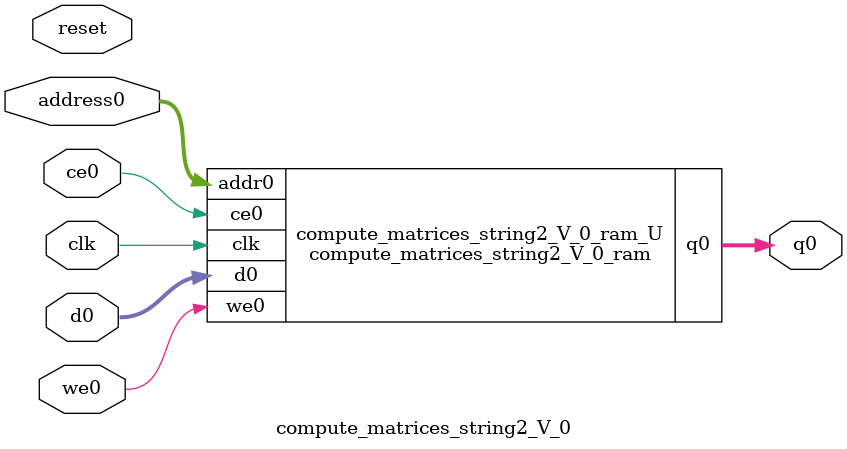
<source format=v>
`timescale 1 ns / 1 ps
module compute_matrices_string2_V_0_ram (addr0, ce0, d0, we0, q0,  clk);

parameter DWIDTH = 3;
parameter AWIDTH = 16;
parameter MEM_SIZE = 33023;

input[AWIDTH-1:0] addr0;
input ce0;
input[DWIDTH-1:0] d0;
input we0;
output reg[DWIDTH-1:0] q0;
input clk;

reg [DWIDTH-1:0] ram[0:MEM_SIZE-1];




always @(posedge clk)  
begin 
    if (ce0) begin
        if (we0) 
            ram[addr0] <= d0; 
        q0 <= ram[addr0];
    end
end


endmodule

`timescale 1 ns / 1 ps
module compute_matrices_string2_V_0(
    reset,
    clk,
    address0,
    ce0,
    we0,
    d0,
    q0);

parameter DataWidth = 32'd3;
parameter AddressRange = 32'd33023;
parameter AddressWidth = 32'd16;
input reset;
input clk;
input[AddressWidth - 1:0] address0;
input ce0;
input we0;
input[DataWidth - 1:0] d0;
output[DataWidth - 1:0] q0;



compute_matrices_string2_V_0_ram compute_matrices_string2_V_0_ram_U(
    .clk( clk ),
    .addr0( address0 ),
    .ce0( ce0 ),
    .we0( we0 ),
    .d0( d0 ),
    .q0( q0 ));

endmodule


</source>
